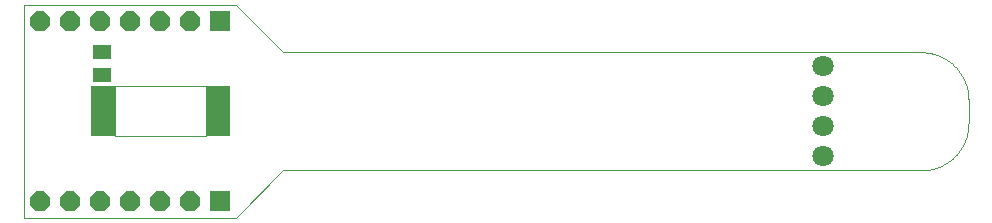
<source format=gbs>
G04 EAGLE Gerber RS-274X export*
G75*
%MOMM*%
%FSLAX34Y34*%
%LPD*%
%INSolder Mask bottom*%
%IPPOS*%
%AMOC8*
5,1,8,0,0,1.08239X$1,22.5*%
G01*
%ADD10C,0.000000*%
%ADD11R,1.500000X1.300000*%
%ADD12R,2.000000X4.200000*%
%ADD13R,1.676400X1.676400*%
%ADD14P,1.814519X8X292.500000*%
%ADD15C,1.800000*%


D10*
X0Y0D02*
X180000Y0D01*
X220000Y40000D02*
X760000Y40000D01*
X760967Y40012D01*
X761933Y40047D01*
X762897Y40105D01*
X763861Y40187D01*
X764821Y40292D01*
X765780Y40420D01*
X766734Y40571D01*
X767685Y40745D01*
X768631Y40942D01*
X769573Y41162D01*
X770508Y41405D01*
X771438Y41670D01*
X772361Y41958D01*
X773276Y42268D01*
X774184Y42599D01*
X775084Y42953D01*
X775975Y43328D01*
X776856Y43725D01*
X777728Y44143D01*
X778589Y44582D01*
X779439Y45041D01*
X780278Y45521D01*
X781106Y46021D01*
X781921Y46541D01*
X782723Y47081D01*
X783511Y47639D01*
X784287Y48217D01*
X785047Y48813D01*
X785794Y49427D01*
X786525Y50060D01*
X787241Y50709D01*
X787940Y51376D01*
X788624Y52060D01*
X789291Y52759D01*
X789940Y53475D01*
X790573Y54206D01*
X791187Y54953D01*
X791783Y55713D01*
X792361Y56489D01*
X792919Y57277D01*
X793459Y58079D01*
X793979Y58894D01*
X794479Y59722D01*
X794959Y60561D01*
X795418Y61411D01*
X795857Y62272D01*
X796275Y63144D01*
X796672Y64025D01*
X797047Y64916D01*
X797401Y65816D01*
X797732Y66724D01*
X798042Y67639D01*
X798330Y68562D01*
X798595Y69492D01*
X798838Y70427D01*
X799058Y71369D01*
X799255Y72315D01*
X799429Y73266D01*
X799580Y74220D01*
X799708Y75179D01*
X799813Y76139D01*
X799895Y77103D01*
X799953Y78067D01*
X799988Y79033D01*
X800000Y80000D01*
X800000Y100000D01*
X799988Y100967D01*
X799953Y101933D01*
X799895Y102897D01*
X799813Y103861D01*
X799708Y104821D01*
X799580Y105780D01*
X799429Y106734D01*
X799255Y107685D01*
X799058Y108631D01*
X798838Y109573D01*
X798595Y110508D01*
X798330Y111438D01*
X798042Y112361D01*
X797732Y113276D01*
X797401Y114184D01*
X797047Y115084D01*
X796672Y115975D01*
X796275Y116856D01*
X795857Y117728D01*
X795418Y118589D01*
X794959Y119439D01*
X794479Y120278D01*
X793979Y121106D01*
X793459Y121921D01*
X792919Y122723D01*
X792361Y123511D01*
X791783Y124287D01*
X791187Y125047D01*
X790573Y125794D01*
X789940Y126525D01*
X789291Y127241D01*
X788624Y127940D01*
X787940Y128624D01*
X787241Y129291D01*
X786525Y129940D01*
X785794Y130573D01*
X785047Y131187D01*
X784287Y131783D01*
X783511Y132361D01*
X782723Y132919D01*
X781921Y133459D01*
X781106Y133979D01*
X780278Y134479D01*
X779439Y134959D01*
X778589Y135418D01*
X777728Y135857D01*
X776856Y136275D01*
X775975Y136672D01*
X775084Y137047D01*
X774184Y137401D01*
X773276Y137732D01*
X772361Y138042D01*
X771438Y138330D01*
X770508Y138595D01*
X769573Y138838D01*
X768631Y139058D01*
X767685Y139255D01*
X766734Y139429D01*
X765780Y139580D01*
X764821Y139708D01*
X763861Y139813D01*
X762897Y139895D01*
X761933Y139953D01*
X760967Y139988D01*
X760000Y140000D01*
X220000Y140000D01*
X180000Y180000D02*
X0Y180000D01*
X0Y0D01*
X180000Y180000D02*
X220000Y140000D01*
X220000Y40000D02*
X180000Y0D01*
D11*
X66060Y140060D03*
X66060Y121060D03*
D10*
X77620Y69150D02*
X154620Y69150D01*
X154620Y111150D01*
X77620Y111150D01*
X77620Y69150D01*
D12*
X67620Y90150D03*
X164620Y90150D03*
D13*
X166200Y166200D03*
D14*
X140800Y166200D03*
X115400Y166200D03*
X90000Y166200D03*
X64600Y166200D03*
X39200Y166200D03*
X13800Y166200D03*
D13*
X166200Y13800D03*
D14*
X140800Y13800D03*
X115400Y13800D03*
X90000Y13800D03*
X64600Y13800D03*
X39200Y13800D03*
X13800Y13800D03*
D15*
X676600Y128000D03*
X676600Y102600D03*
X676600Y51800D03*
X676600Y77200D03*
M02*

</source>
